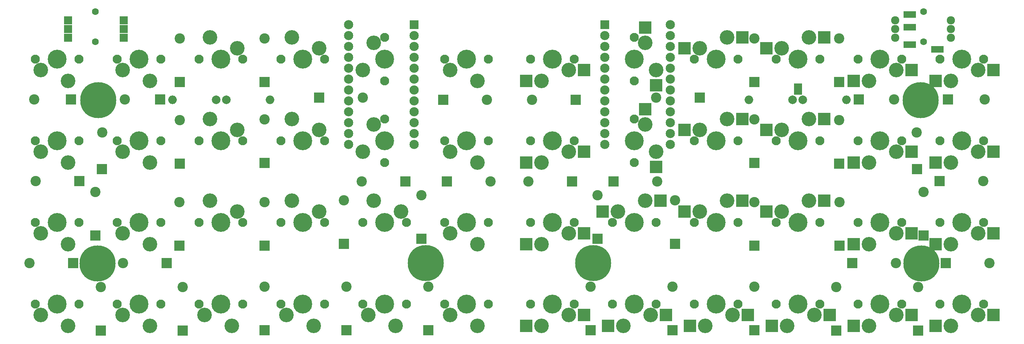
<source format=gbs>
G04 #@! TF.FileFunction,Soldermask,Bot*
%FSLAX46Y46*%
G04 Gerber Fmt 4.6, Leading zero omitted, Abs format (unit mm)*
G04 Created by KiCad (PCBNEW 4.0.1-stable) date 10-10-2017 08:31:20*
%MOMM*%
G01*
G04 APERTURE LIST*
%ADD10C,0.100000*%
%ADD11R,1.900000X1.400000*%
%ADD12R,2.900000X1.600000*%
%ADD13C,1.600000*%
%ADD14C,2.000000*%
%ADD15O,2.000000X2.000000*%
%ADD16C,8.400000*%
%ADD17C,2.398980*%
%ADD18R,2.398980X2.398980*%
%ADD19C,1.924000*%
%ADD20C,4.400000*%
%ADD21C,2.100000*%
%ADD22C,3.400000*%
%ADD23R,2.950000X2.900000*%
%ADD24R,2.900000X2.950000*%
%ADD25R,2.152600X2.152600*%
%ADD26C,2.152600*%
%ADD27R,1.924000X1.924000*%
G04 APERTURE END LIST*
D10*
D11*
X215616000Y-78213000D03*
X215616000Y-79483000D03*
D12*
X248105000Y-69565000D03*
X241605000Y-68465000D03*
X241605000Y-64465000D03*
X241605000Y-61465000D03*
D13*
X244855000Y-60815000D03*
X244855000Y-67815000D03*
D14*
X216759000Y-81388000D03*
D15*
X226919000Y-81388000D03*
D14*
X214346000Y-81388000D03*
D15*
X204186000Y-81388000D03*
D16*
X167991000Y-119488000D03*
D17*
X244823460Y-102840000D03*
D18*
X244823460Y-113000000D03*
D17*
X169007000Y-103613000D03*
D18*
X169007000Y-113773000D03*
D17*
X153790000Y-81352540D03*
D18*
X163950000Y-81352540D03*
D17*
X182596000Y-80882540D03*
D18*
X192756000Y-80882540D03*
D17*
X205456000Y-67037000D03*
D18*
X205456000Y-77197000D03*
D17*
X225197460Y-67090000D03*
D18*
X225197460Y-77250000D03*
D17*
X238000000Y-81250000D03*
D18*
X229750000Y-81297460D03*
D17*
X259060000Y-81247460D03*
D18*
X250500000Y-81250000D03*
D17*
X243244380Y-88967000D03*
D18*
X243291840Y-97517000D03*
D17*
X225247460Y-86140000D03*
D18*
X225247460Y-96300000D03*
D17*
X205453460Y-85960000D03*
D18*
X205453460Y-96120000D03*
D17*
X182860000Y-100447460D03*
D18*
X172700000Y-100447460D03*
D17*
X167356000Y-124949000D03*
D18*
X167356000Y-135109000D03*
D17*
X152890000Y-100402540D03*
D18*
X163050000Y-100402540D03*
D17*
X187047460Y-104790000D03*
D18*
X187047460Y-114950000D03*
D17*
X205453460Y-105264000D03*
D18*
X205453460Y-115424000D03*
D17*
X225297460Y-105240000D03*
D18*
X225297460Y-115400000D03*
D17*
X258760000Y-100347460D03*
D18*
X248600000Y-100347460D03*
D17*
X238410000Y-119497460D03*
D18*
X228250000Y-119497460D03*
D17*
X224506000Y-125076000D03*
D18*
X224506000Y-135236000D03*
D17*
X205453460Y-124949000D03*
D18*
X205453460Y-135109000D03*
D17*
X186406000Y-124949000D03*
D18*
X186406000Y-135109000D03*
D17*
X243553460Y-125076000D03*
D18*
X243553460Y-135236000D03*
D16*
X244350000Y-119550000D03*
X244200000Y-81450000D03*
D19*
X238232000Y-64856000D03*
X238212000Y-62846000D03*
X238232000Y-66856000D03*
X251196000Y-64856000D03*
X251176000Y-62846000D03*
X251196000Y-66856000D03*
D17*
X260160000Y-119497460D03*
D18*
X250000000Y-119497460D03*
D20*
X158500000Y-71850000D03*
D21*
X163580000Y-71850000D03*
X153420000Y-71850000D03*
D22*
X162310000Y-74390000D03*
X155960000Y-76930000D03*
D23*
X152410000Y-76930000D03*
X165860000Y-74390000D03*
D20*
X177550000Y-71850000D03*
D21*
X177550000Y-66770000D03*
X177550000Y-76930000D03*
D22*
X180090000Y-68040000D03*
X182630000Y-74390000D03*
D24*
X182630000Y-77940000D03*
X180090000Y-64490000D03*
D20*
X196600000Y-71850000D03*
D21*
X191520000Y-71850000D03*
X201680000Y-71850000D03*
D22*
X192790000Y-69310000D03*
X199140000Y-66770000D03*
D23*
X202690000Y-66770000D03*
X189240000Y-69310000D03*
D20*
X215650000Y-71850000D03*
D21*
X210570000Y-71850000D03*
X220730000Y-71850000D03*
D22*
X211840000Y-69310000D03*
X218190000Y-66770000D03*
D23*
X221740000Y-66770000D03*
X208290000Y-69310000D03*
D20*
X234700000Y-71850000D03*
D21*
X239780000Y-71850000D03*
X229620000Y-71850000D03*
D22*
X238510000Y-74390000D03*
X232160000Y-76930000D03*
D23*
X228610000Y-76930000D03*
X242060000Y-74390000D03*
D20*
X253750000Y-71850000D03*
D21*
X258830000Y-71850000D03*
X248670000Y-71850000D03*
D22*
X257560000Y-74390000D03*
X251210000Y-76930000D03*
D23*
X247660000Y-76930000D03*
X261110000Y-74390000D03*
D20*
X196600000Y-90900000D03*
D21*
X191520000Y-90900000D03*
X201680000Y-90900000D03*
D22*
X192790000Y-88360000D03*
X199140000Y-85820000D03*
D23*
X202690000Y-85820000D03*
X189240000Y-88360000D03*
D20*
X215650000Y-90900000D03*
D21*
X210570000Y-90900000D03*
X220730000Y-90900000D03*
D22*
X211840000Y-88360000D03*
X218190000Y-85820000D03*
D23*
X221740000Y-85820000D03*
X208290000Y-88360000D03*
D20*
X234700000Y-90900000D03*
D21*
X239780000Y-90900000D03*
X229620000Y-90900000D03*
D22*
X238510000Y-93440000D03*
X232160000Y-95980000D03*
D23*
X228610000Y-95980000D03*
X242060000Y-93440000D03*
D20*
X253750000Y-90900000D03*
D21*
X258830000Y-90900000D03*
X248670000Y-90900000D03*
D22*
X257560000Y-93440000D03*
X251210000Y-95980000D03*
D23*
X247660000Y-95980000D03*
X261110000Y-93440000D03*
D20*
X158500000Y-109950000D03*
D21*
X163580000Y-109950000D03*
X153420000Y-109950000D03*
D22*
X162310000Y-112490000D03*
X155960000Y-115030000D03*
D23*
X152410000Y-115030000D03*
X165860000Y-112490000D03*
D20*
X177550000Y-109950000D03*
D21*
X172470000Y-109950000D03*
X182630000Y-109950000D03*
D22*
X173740000Y-107410000D03*
X180090000Y-104870000D03*
D23*
X183640000Y-104870000D03*
X170190000Y-107410000D03*
D20*
X196600000Y-109950000D03*
D21*
X191520000Y-109950000D03*
X201680000Y-109950000D03*
D22*
X192790000Y-107410000D03*
X199140000Y-104870000D03*
D23*
X202690000Y-104870000D03*
X189240000Y-107410000D03*
D20*
X215650000Y-109950000D03*
D21*
X210570000Y-109950000D03*
X220730000Y-109950000D03*
D22*
X211840000Y-107410000D03*
X218190000Y-104870000D03*
D23*
X221740000Y-104870000D03*
X208290000Y-107410000D03*
D20*
X234700000Y-109950000D03*
D21*
X239780000Y-109950000D03*
X229620000Y-109950000D03*
D22*
X238510000Y-112490000D03*
X232160000Y-115030000D03*
D23*
X228610000Y-115030000D03*
X242060000Y-112490000D03*
D20*
X253750000Y-109950000D03*
D21*
X258830000Y-109950000D03*
X248670000Y-109950000D03*
D22*
X257560000Y-112490000D03*
X251210000Y-115030000D03*
D23*
X247660000Y-115030000D03*
X261110000Y-112490000D03*
D20*
X158500000Y-129000000D03*
D21*
X163580000Y-129000000D03*
X153420000Y-129000000D03*
D22*
X162310000Y-131540000D03*
X155960000Y-134080000D03*
D23*
X152410000Y-134080000D03*
X165860000Y-131540000D03*
D20*
X177550000Y-129000000D03*
D21*
X182630000Y-129000000D03*
X172470000Y-129000000D03*
D22*
X181360000Y-131540000D03*
X175010000Y-134080000D03*
D23*
X171460000Y-134080000D03*
X184910000Y-131540000D03*
D20*
X196600000Y-129000000D03*
D21*
X201680000Y-129000000D03*
X191520000Y-129000000D03*
D22*
X200410000Y-131540000D03*
X194060000Y-134080000D03*
D23*
X190510000Y-134080000D03*
X203960000Y-131540000D03*
D20*
X215650000Y-129000000D03*
D21*
X220730000Y-129000000D03*
X210570000Y-129000000D03*
D22*
X219460000Y-131540000D03*
X213110000Y-134080000D03*
D23*
X209560000Y-134080000D03*
X223010000Y-131540000D03*
D20*
X234700000Y-129000000D03*
D21*
X239780000Y-129000000D03*
X229620000Y-129000000D03*
D22*
X238510000Y-131540000D03*
X232160000Y-134080000D03*
D23*
X228610000Y-134080000D03*
X242060000Y-131540000D03*
D20*
X253750000Y-129000000D03*
D21*
X258830000Y-129000000D03*
X248670000Y-129000000D03*
D22*
X257560000Y-131540000D03*
X251210000Y-134080000D03*
D23*
X247660000Y-134080000D03*
X261110000Y-131540000D03*
D20*
X158500000Y-90900000D03*
D21*
X163580000Y-90900000D03*
X153420000Y-90900000D03*
D22*
X162310000Y-93440000D03*
X155960000Y-95980000D03*
D23*
X152410000Y-95980000D03*
X165860000Y-93440000D03*
D20*
X177550000Y-90900000D03*
D21*
X177550000Y-85820000D03*
X177550000Y-95980000D03*
D22*
X180090000Y-87090000D03*
X182630000Y-93440000D03*
D24*
X182630000Y-96990000D03*
X180090000Y-83540000D03*
D25*
X170658000Y-63862000D03*
D26*
X170658000Y-66402000D03*
X170658000Y-68942000D03*
X170658000Y-71482000D03*
X170658000Y-74022000D03*
X170658000Y-76562000D03*
X170658000Y-79102000D03*
X170658000Y-81642000D03*
X170658000Y-84182000D03*
X170658000Y-86722000D03*
X170658000Y-89262000D03*
X170658000Y-91802000D03*
X185898000Y-91802000D03*
X185898000Y-89262000D03*
X185898000Y-86722000D03*
X185898000Y-84182000D03*
X185898000Y-81642000D03*
X185898000Y-79102000D03*
X185898000Y-76562000D03*
X185898000Y-68942000D03*
X185898000Y-66402000D03*
X185898000Y-63862000D03*
X185898000Y-74022000D03*
X185898000Y-71482000D03*
D25*
X126342000Y-63862000D03*
D26*
X126342000Y-66402000D03*
X126342000Y-68942000D03*
X126342000Y-71482000D03*
X126342000Y-74022000D03*
X126342000Y-76562000D03*
X126342000Y-79102000D03*
X126342000Y-81642000D03*
X126342000Y-84182000D03*
X126342000Y-86722000D03*
X126342000Y-89262000D03*
X126342000Y-91802000D03*
X111102000Y-91802000D03*
X111102000Y-89262000D03*
X111102000Y-86722000D03*
X111102000Y-84182000D03*
X111102000Y-81642000D03*
X111102000Y-79102000D03*
X111102000Y-76562000D03*
X111102000Y-68942000D03*
X111102000Y-66402000D03*
X111102000Y-63862000D03*
X111102000Y-74022000D03*
X111102000Y-71482000D03*
D20*
X119450000Y-90900000D03*
D21*
X119450000Y-85820000D03*
X119450000Y-95980000D03*
D22*
X116910000Y-87090000D03*
X114370000Y-93440000D03*
D20*
X138500000Y-90900000D03*
D21*
X133420000Y-90900000D03*
X143580000Y-90900000D03*
D22*
X134690000Y-93440000D03*
X141040000Y-95980000D03*
D20*
X43250000Y-129000000D03*
D21*
X38170000Y-129000000D03*
X48330000Y-129000000D03*
D22*
X39440000Y-131540000D03*
X45790000Y-134080000D03*
D20*
X62300000Y-129000000D03*
D21*
X57220000Y-129000000D03*
X67380000Y-129000000D03*
D22*
X58490000Y-131540000D03*
X64840000Y-134080000D03*
D20*
X81350000Y-129000000D03*
D21*
X76270000Y-129000000D03*
X86430000Y-129000000D03*
D22*
X77540000Y-131540000D03*
X83890000Y-134080000D03*
D20*
X100400000Y-129000000D03*
D21*
X95320000Y-129000000D03*
X105480000Y-129000000D03*
D22*
X96590000Y-131540000D03*
X102940000Y-134080000D03*
D20*
X119450000Y-129000000D03*
D21*
X114370000Y-129000000D03*
X124530000Y-129000000D03*
D22*
X115640000Y-131540000D03*
X121990000Y-134080000D03*
D20*
X138500000Y-129000000D03*
D21*
X133420000Y-129000000D03*
X143580000Y-129000000D03*
D22*
X134690000Y-131540000D03*
X141040000Y-134080000D03*
D20*
X43250000Y-109950000D03*
D21*
X38170000Y-109950000D03*
X48330000Y-109950000D03*
D22*
X39440000Y-112490000D03*
X45790000Y-115030000D03*
D20*
X62300000Y-109950000D03*
D21*
X57220000Y-109950000D03*
X67380000Y-109950000D03*
D22*
X58490000Y-112490000D03*
X64840000Y-115030000D03*
D20*
X81350000Y-109950000D03*
D21*
X86430000Y-109950000D03*
X76270000Y-109950000D03*
D22*
X85160000Y-107410000D03*
X78810000Y-104870000D03*
D20*
X100400000Y-109950000D03*
D21*
X105480000Y-109950000D03*
X95320000Y-109950000D03*
D22*
X104210000Y-107410000D03*
X97860000Y-104870000D03*
D20*
X119450000Y-109950000D03*
D21*
X124530000Y-109950000D03*
X114370000Y-109950000D03*
D22*
X123260000Y-107410000D03*
X116910000Y-104870000D03*
D20*
X138500000Y-109950000D03*
D21*
X133420000Y-109950000D03*
X143580000Y-109950000D03*
D22*
X134690000Y-112490000D03*
X141040000Y-115030000D03*
D20*
X43250000Y-90900000D03*
D21*
X38170000Y-90900000D03*
X48330000Y-90900000D03*
D22*
X39440000Y-93440000D03*
X45790000Y-95980000D03*
D20*
X62300000Y-90900000D03*
D21*
X57220000Y-90900000D03*
X67380000Y-90900000D03*
D22*
X58490000Y-93440000D03*
X64840000Y-95980000D03*
D20*
X81350000Y-90900000D03*
D21*
X86430000Y-90900000D03*
X76270000Y-90900000D03*
D22*
X85160000Y-88360000D03*
X78810000Y-85820000D03*
D20*
X100400000Y-90900000D03*
D21*
X105480000Y-90900000D03*
X95320000Y-90900000D03*
D22*
X104210000Y-88360000D03*
X97860000Y-85820000D03*
D20*
X43250000Y-71850000D03*
D21*
X38170000Y-71850000D03*
X48330000Y-71850000D03*
D22*
X39440000Y-74390000D03*
X45790000Y-76930000D03*
D20*
X62300000Y-71850000D03*
D21*
X57220000Y-71850000D03*
X67380000Y-71850000D03*
D22*
X58490000Y-74390000D03*
X64840000Y-76930000D03*
D20*
X81350000Y-71850000D03*
D21*
X86430000Y-71850000D03*
X76270000Y-71850000D03*
D22*
X85160000Y-69310000D03*
X78810000Y-66770000D03*
D20*
X100400000Y-71850000D03*
D21*
X105480000Y-71850000D03*
X95320000Y-71850000D03*
D22*
X104210000Y-69310000D03*
X97860000Y-66770000D03*
D20*
X119450000Y-71850000D03*
D21*
X119450000Y-66770000D03*
X119450000Y-76930000D03*
D22*
X116910000Y-68040000D03*
X114370000Y-74390000D03*
D20*
X138500000Y-71850000D03*
D21*
X133420000Y-71850000D03*
X143580000Y-71850000D03*
D22*
X134690000Y-74390000D03*
X141040000Y-76930000D03*
D17*
X36840000Y-119497460D03*
D18*
X47000000Y-119497460D03*
D27*
X45814000Y-66846000D03*
X45814000Y-64846000D03*
X45814000Y-62846000D03*
X45814000Y-66846000D03*
X45814000Y-64846000D03*
X45814000Y-62846000D03*
D19*
X45804000Y-64856000D03*
X45824000Y-62846000D03*
X45804000Y-66856000D03*
D27*
X58778000Y-66846000D03*
X58778000Y-64846000D03*
X58778000Y-62846000D03*
X58778000Y-66846000D03*
X58778000Y-64846000D03*
X58778000Y-62846000D03*
D19*
X58768000Y-64856000D03*
X58788000Y-62846000D03*
X58768000Y-66856000D03*
D16*
X52800000Y-81450000D03*
X52650000Y-119550000D03*
D17*
X53446540Y-125076000D03*
D18*
X53446540Y-135236000D03*
D17*
X110594000Y-124949000D03*
D18*
X110594000Y-135109000D03*
D17*
X91546540Y-124949000D03*
D18*
X91546540Y-135109000D03*
D17*
X72494000Y-125076000D03*
D18*
X72494000Y-135236000D03*
D17*
X58590000Y-119497460D03*
D18*
X68750000Y-119497460D03*
D17*
X38240000Y-100347460D03*
D18*
X48400000Y-100347460D03*
D17*
X71702540Y-105240000D03*
D18*
X71702540Y-115400000D03*
D17*
X91546540Y-105264000D03*
D18*
X91546540Y-115424000D03*
D17*
X109952540Y-104790000D03*
D18*
X109952540Y-114950000D03*
D17*
X144110000Y-100402540D03*
D18*
X133950000Y-100402540D03*
D17*
X129644000Y-124949000D03*
D18*
X129644000Y-135109000D03*
D17*
X114140000Y-100447460D03*
D18*
X124300000Y-100447460D03*
D17*
X91546540Y-85960000D03*
D18*
X91546540Y-96120000D03*
D17*
X71752540Y-86140000D03*
D18*
X71752540Y-96300000D03*
D17*
X53755620Y-88967000D03*
D18*
X53708160Y-97517000D03*
D17*
X37940000Y-81247460D03*
D18*
X46500000Y-81250000D03*
D17*
X59000000Y-81250000D03*
D18*
X67250000Y-81297460D03*
D17*
X71802540Y-67090000D03*
D18*
X71802540Y-77250000D03*
D17*
X91544000Y-67037000D03*
D18*
X91544000Y-77197000D03*
D17*
X114404000Y-80882540D03*
D18*
X104244000Y-80882540D03*
D17*
X143210000Y-81352540D03*
D18*
X133050000Y-81352540D03*
D17*
X127993000Y-103613000D03*
D18*
X127993000Y-113773000D03*
D17*
X52176540Y-102840000D03*
D18*
X52176540Y-113000000D03*
D16*
X129009000Y-119488000D03*
D14*
X82654000Y-81388000D03*
D15*
X92814000Y-81388000D03*
D14*
X80241000Y-81388000D03*
D15*
X70081000Y-81388000D03*
D13*
X52145000Y-60815000D03*
X52145000Y-67815000D03*
M02*

</source>
